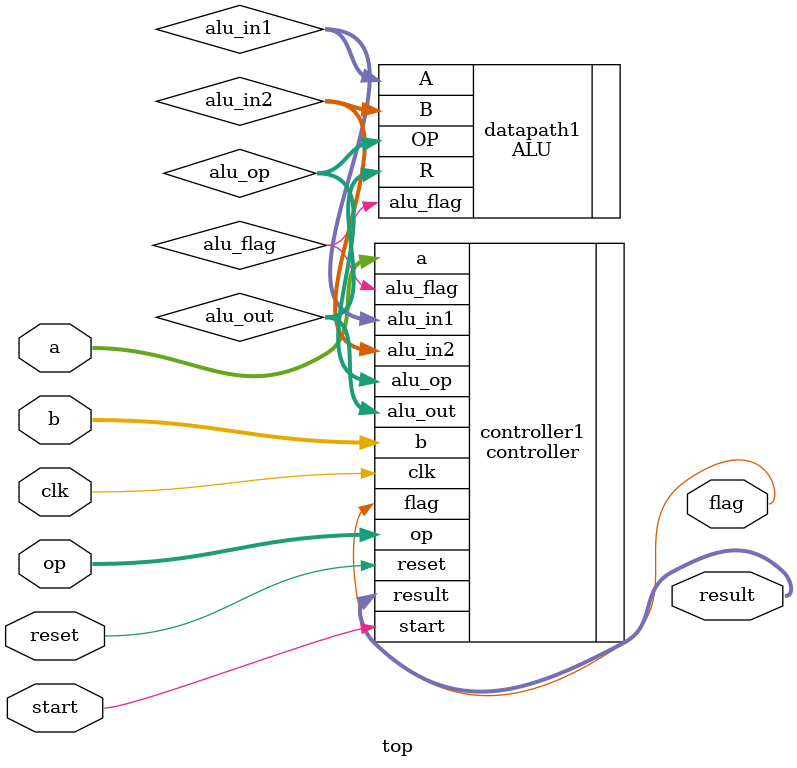
<source format=v>
module top
(
    input wire clk, reset, start,
    input wire [5:0] a, b,
    input wire [1:0] op,
    output wire [5:0] result,
    output wire flag
);

wire [5:0] alu_in1, alu_in2;
wire [1:0] alu_op;
wire [5:0] alu_out;
wire alu_flag;

controller controller1
(
    .clk(clk),
    .reset(reset),
    .start(start),
    .a(a),
    .b(b),
    .op(op),
    .alu_in1(alu_in1),
    .alu_in2(alu_in2),
    .alu_op(alu_op),
    .alu_out(alu_out),
    .alu_flag(alu_flag),
    .result(result),
    .flag(flag)
);

ALU datapath1
(
    .A(alu_in1),
    .B(alu_in2),
    .OP(alu_op),
    .R(alu_out),
    .alu_flag(alu_flag)
);

endmodule
</source>
